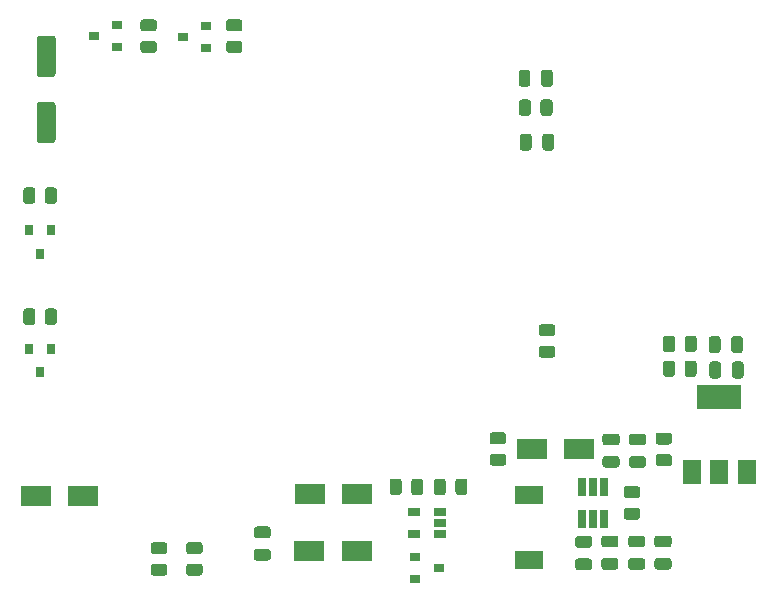
<source format=gbr>
%TF.GenerationSoftware,KiCad,Pcbnew,5.1.9+dfsg1-1*%
%TF.CreationDate,2021-12-20T12:13:36+01:00*%
%TF.ProjectId,RaspberryPi_UPS_HAT,52617370-6265-4727-9279-50695f555053,rev?*%
%TF.SameCoordinates,Original*%
%TF.FileFunction,Paste,Bot*%
%TF.FilePolarity,Positive*%
%FSLAX46Y46*%
G04 Gerber Fmt 4.6, Leading zero omitted, Abs format (unit mm)*
G04 Created by KiCad (PCBNEW 5.1.9+dfsg1-1) date 2021-12-20 12:13:36*
%MOMM*%
%LPD*%
G01*
G04 APERTURE LIST*
%ADD10R,1.060000X0.650000*%
%ADD11R,1.500000X2.000000*%
%ADD12R,3.800000X2.000000*%
%ADD13R,0.650000X1.560000*%
%ADD14R,0.900000X0.800000*%
%ADD15R,0.800000X0.900000*%
%ADD16R,2.500000X1.800000*%
%ADD17R,2.400000X1.500000*%
G04 APERTURE END LIST*
D10*
%TO.C,U5*%
X86150000Y-87250000D03*
X86150000Y-89150000D03*
X88350000Y-89150000D03*
X88350000Y-88200000D03*
X88350000Y-87250000D03*
%TD*%
D11*
%TO.C,U1*%
X114300000Y-83850000D03*
X109700000Y-83850000D03*
X112000000Y-83850000D03*
D12*
X112000000Y-77550000D03*
%TD*%
D13*
%TO.C,U4*%
X100335000Y-85190000D03*
X101285000Y-85190000D03*
X102235000Y-85190000D03*
X102235000Y-87890000D03*
X100335000Y-87890000D03*
X101285000Y-87890000D03*
%TD*%
%TO.C,R15*%
G36*
G01*
X96949999Y-73200000D02*
X97850001Y-73200000D01*
G75*
G02*
X98100000Y-73449999I0J-249999D01*
G01*
X98100000Y-73975001D01*
G75*
G02*
X97850001Y-74225000I-249999J0D01*
G01*
X96949999Y-74225000D01*
G75*
G02*
X96700000Y-73975001I0J249999D01*
G01*
X96700000Y-73449999D01*
G75*
G02*
X96949999Y-73200000I249999J0D01*
G01*
G37*
G36*
G01*
X96949999Y-71375000D02*
X97850001Y-71375000D01*
G75*
G02*
X98100000Y-71624999I0J-249999D01*
G01*
X98100000Y-72150001D01*
G75*
G02*
X97850001Y-72400000I-249999J0D01*
G01*
X96949999Y-72400000D01*
G75*
G02*
X96700000Y-72150001I0J249999D01*
G01*
X96700000Y-71624999D01*
G75*
G02*
X96949999Y-71375000I249999J0D01*
G01*
G37*
%TD*%
D14*
%TO.C,Q2*%
X66560000Y-47070000D03*
X68560000Y-48020000D03*
X68560000Y-46120000D03*
%TD*%
D15*
%TO.C,Q1*%
X54500000Y-65390000D03*
X55450000Y-63390000D03*
X53550000Y-63390000D03*
%TD*%
%TO.C,R14*%
G36*
G01*
X96850000Y-53500001D02*
X96850000Y-52599999D01*
G75*
G02*
X97099999Y-52350000I249999J0D01*
G01*
X97625001Y-52350000D01*
G75*
G02*
X97875000Y-52599999I0J-249999D01*
G01*
X97875000Y-53500001D01*
G75*
G02*
X97625001Y-53750000I-249999J0D01*
G01*
X97099999Y-53750000D01*
G75*
G02*
X96850000Y-53500001I0J249999D01*
G01*
G37*
G36*
G01*
X95025000Y-53500001D02*
X95025000Y-52599999D01*
G75*
G02*
X95274999Y-52350000I249999J0D01*
G01*
X95800001Y-52350000D01*
G75*
G02*
X96050000Y-52599999I0J-249999D01*
G01*
X96050000Y-53500001D01*
G75*
G02*
X95800001Y-53750000I-249999J0D01*
G01*
X95274999Y-53750000D01*
G75*
G02*
X95025000Y-53500001I0J249999D01*
G01*
G37*
%TD*%
%TO.C,R13*%
G36*
G01*
X88850000Y-84699999D02*
X88850000Y-85600001D01*
G75*
G02*
X88600001Y-85850000I-249999J0D01*
G01*
X88074999Y-85850000D01*
G75*
G02*
X87825000Y-85600001I0J249999D01*
G01*
X87825000Y-84699999D01*
G75*
G02*
X88074999Y-84450000I249999J0D01*
G01*
X88600001Y-84450000D01*
G75*
G02*
X88850000Y-84699999I0J-249999D01*
G01*
G37*
G36*
G01*
X90675000Y-84699999D02*
X90675000Y-85600001D01*
G75*
G02*
X90425001Y-85850000I-249999J0D01*
G01*
X89899999Y-85850000D01*
G75*
G02*
X89650000Y-85600001I0J249999D01*
G01*
X89650000Y-84699999D01*
G75*
G02*
X89899999Y-84450000I249999J0D01*
G01*
X90425001Y-84450000D01*
G75*
G02*
X90675000Y-84699999I0J-249999D01*
G01*
G37*
%TD*%
%TO.C,R12*%
G36*
G01*
X85100000Y-84699999D02*
X85100000Y-85600001D01*
G75*
G02*
X84850001Y-85850000I-249999J0D01*
G01*
X84324999Y-85850000D01*
G75*
G02*
X84075000Y-85600001I0J249999D01*
G01*
X84075000Y-84699999D01*
G75*
G02*
X84324999Y-84450000I249999J0D01*
G01*
X84850001Y-84450000D01*
G75*
G02*
X85100000Y-84699999I0J-249999D01*
G01*
G37*
G36*
G01*
X86925000Y-84699999D02*
X86925000Y-85600001D01*
G75*
G02*
X86675001Y-85850000I-249999J0D01*
G01*
X86149999Y-85850000D01*
G75*
G02*
X85900000Y-85600001I0J249999D01*
G01*
X85900000Y-84699999D01*
G75*
G02*
X86149999Y-84450000I249999J0D01*
G01*
X86675001Y-84450000D01*
G75*
G02*
X86925000Y-84699999I0J-249999D01*
G01*
G37*
%TD*%
%TO.C,R11*%
G36*
G01*
X104149999Y-86900000D02*
X105050001Y-86900000D01*
G75*
G02*
X105300000Y-87149999I0J-249999D01*
G01*
X105300000Y-87675001D01*
G75*
G02*
X105050001Y-87925000I-249999J0D01*
G01*
X104149999Y-87925000D01*
G75*
G02*
X103900000Y-87675001I0J249999D01*
G01*
X103900000Y-87149999D01*
G75*
G02*
X104149999Y-86900000I249999J0D01*
G01*
G37*
G36*
G01*
X104149999Y-85075000D02*
X105050001Y-85075000D01*
G75*
G02*
X105300000Y-85324999I0J-249999D01*
G01*
X105300000Y-85850001D01*
G75*
G02*
X105050001Y-86100000I-249999J0D01*
G01*
X104149999Y-86100000D01*
G75*
G02*
X103900000Y-85850001I0J249999D01*
G01*
X103900000Y-85324999D01*
G75*
G02*
X104149999Y-85075000I249999J0D01*
G01*
G37*
%TD*%
%TO.C,R10*%
G36*
G01*
X106849999Y-82370000D02*
X107750001Y-82370000D01*
G75*
G02*
X108000000Y-82619999I0J-249999D01*
G01*
X108000000Y-83145001D01*
G75*
G02*
X107750001Y-83395000I-249999J0D01*
G01*
X106849999Y-83395000D01*
G75*
G02*
X106600000Y-83145001I0J249999D01*
G01*
X106600000Y-82619999D01*
G75*
G02*
X106849999Y-82370000I249999J0D01*
G01*
G37*
G36*
G01*
X106849999Y-80545000D02*
X107750001Y-80545000D01*
G75*
G02*
X108000000Y-80794999I0J-249999D01*
G01*
X108000000Y-81320001D01*
G75*
G02*
X107750001Y-81570000I-249999J0D01*
G01*
X106849999Y-81570000D01*
G75*
G02*
X106600000Y-81320001I0J249999D01*
G01*
X106600000Y-80794999D01*
G75*
G02*
X106849999Y-80545000I249999J0D01*
G01*
G37*
%TD*%
%TO.C,R9*%
G36*
G01*
X93700001Y-81550000D02*
X92799999Y-81550000D01*
G75*
G02*
X92550000Y-81300001I0J249999D01*
G01*
X92550000Y-80774999D01*
G75*
G02*
X92799999Y-80525000I249999J0D01*
G01*
X93700001Y-80525000D01*
G75*
G02*
X93950000Y-80774999I0J-249999D01*
G01*
X93950000Y-81300001D01*
G75*
G02*
X93700001Y-81550000I-249999J0D01*
G01*
G37*
G36*
G01*
X93700001Y-83375000D02*
X92799999Y-83375000D01*
G75*
G02*
X92550000Y-83125001I0J249999D01*
G01*
X92550000Y-82599999D01*
G75*
G02*
X92799999Y-82350000I249999J0D01*
G01*
X93700001Y-82350000D01*
G75*
G02*
X93950000Y-82599999I0J-249999D01*
G01*
X93950000Y-83125001D01*
G75*
G02*
X93700001Y-83375000I-249999J0D01*
G01*
G37*
%TD*%
%TO.C,R8*%
G36*
G01*
X67099999Y-91650000D02*
X68000001Y-91650000D01*
G75*
G02*
X68250000Y-91899999I0J-249999D01*
G01*
X68250000Y-92425001D01*
G75*
G02*
X68000001Y-92675000I-249999J0D01*
G01*
X67099999Y-92675000D01*
G75*
G02*
X66850000Y-92425001I0J249999D01*
G01*
X66850000Y-91899999D01*
G75*
G02*
X67099999Y-91650000I249999J0D01*
G01*
G37*
G36*
G01*
X67099999Y-89825000D02*
X68000001Y-89825000D01*
G75*
G02*
X68250000Y-90074999I0J-249999D01*
G01*
X68250000Y-90600001D01*
G75*
G02*
X68000001Y-90850000I-249999J0D01*
G01*
X67099999Y-90850000D01*
G75*
G02*
X66850000Y-90600001I0J249999D01*
G01*
X66850000Y-90074999D01*
G75*
G02*
X67099999Y-89825000I249999J0D01*
G01*
G37*
%TD*%
%TO.C,R7*%
G36*
G01*
X63224999Y-47385000D02*
X64125001Y-47385000D01*
G75*
G02*
X64375000Y-47634999I0J-249999D01*
G01*
X64375000Y-48160001D01*
G75*
G02*
X64125001Y-48410000I-249999J0D01*
G01*
X63224999Y-48410000D01*
G75*
G02*
X62975000Y-48160001I0J249999D01*
G01*
X62975000Y-47634999D01*
G75*
G02*
X63224999Y-47385000I249999J0D01*
G01*
G37*
G36*
G01*
X63224999Y-45560000D02*
X64125001Y-45560000D01*
G75*
G02*
X64375000Y-45809999I0J-249999D01*
G01*
X64375000Y-46335001D01*
G75*
G02*
X64125001Y-46585000I-249999J0D01*
G01*
X63224999Y-46585000D01*
G75*
G02*
X62975000Y-46335001I0J249999D01*
G01*
X62975000Y-45809999D01*
G75*
G02*
X63224999Y-45560000I249999J0D01*
G01*
G37*
%TD*%
%TO.C,R6*%
G36*
G01*
X54885000Y-71190001D02*
X54885000Y-70289999D01*
G75*
G02*
X55134999Y-70040000I249999J0D01*
G01*
X55660001Y-70040000D01*
G75*
G02*
X55910000Y-70289999I0J-249999D01*
G01*
X55910000Y-71190001D01*
G75*
G02*
X55660001Y-71440000I-249999J0D01*
G01*
X55134999Y-71440000D01*
G75*
G02*
X54885000Y-71190001I0J249999D01*
G01*
G37*
G36*
G01*
X53060000Y-71190001D02*
X53060000Y-70289999D01*
G75*
G02*
X53309999Y-70040000I249999J0D01*
G01*
X53835001Y-70040000D01*
G75*
G02*
X54085000Y-70289999I0J-249999D01*
G01*
X54085000Y-71190001D01*
G75*
G02*
X53835001Y-71440000I-249999J0D01*
G01*
X53309999Y-71440000D01*
G75*
G02*
X53060000Y-71190001I0J249999D01*
G01*
G37*
%TD*%
%TO.C,R5*%
G36*
G01*
X54885000Y-60940001D02*
X54885000Y-60039999D01*
G75*
G02*
X55134999Y-59790000I249999J0D01*
G01*
X55660001Y-59790000D01*
G75*
G02*
X55910000Y-60039999I0J-249999D01*
G01*
X55910000Y-60940001D01*
G75*
G02*
X55660001Y-61190000I-249999J0D01*
G01*
X55134999Y-61190000D01*
G75*
G02*
X54885000Y-60940001I0J249999D01*
G01*
G37*
G36*
G01*
X53060000Y-60940001D02*
X53060000Y-60039999D01*
G75*
G02*
X53309999Y-59790000I249999J0D01*
G01*
X53835001Y-59790000D01*
G75*
G02*
X54085000Y-60039999I0J-249999D01*
G01*
X54085000Y-60940001D01*
G75*
G02*
X53835001Y-61190000I-249999J0D01*
G01*
X53309999Y-61190000D01*
G75*
G02*
X53060000Y-60940001I0J249999D01*
G01*
G37*
%TD*%
%TO.C,R4*%
G36*
G01*
X70474999Y-47385000D02*
X71375001Y-47385000D01*
G75*
G02*
X71625000Y-47634999I0J-249999D01*
G01*
X71625000Y-48160001D01*
G75*
G02*
X71375001Y-48410000I-249999J0D01*
G01*
X70474999Y-48410000D01*
G75*
G02*
X70225000Y-48160001I0J249999D01*
G01*
X70225000Y-47634999D01*
G75*
G02*
X70474999Y-47385000I249999J0D01*
G01*
G37*
G36*
G01*
X70474999Y-45560000D02*
X71375001Y-45560000D01*
G75*
G02*
X71625000Y-45809999I0J-249999D01*
G01*
X71625000Y-46335001D01*
G75*
G02*
X71375001Y-46585000I-249999J0D01*
G01*
X70474999Y-46585000D01*
G75*
G02*
X70225000Y-46335001I0J249999D01*
G01*
X70225000Y-45809999D01*
G75*
G02*
X70474999Y-45560000I249999J0D01*
G01*
G37*
%TD*%
%TO.C,R3*%
G36*
G01*
X64099999Y-91650000D02*
X65000001Y-91650000D01*
G75*
G02*
X65250000Y-91899999I0J-249999D01*
G01*
X65250000Y-92425001D01*
G75*
G02*
X65000001Y-92675000I-249999J0D01*
G01*
X64099999Y-92675000D01*
G75*
G02*
X63850000Y-92425001I0J249999D01*
G01*
X63850000Y-91899999D01*
G75*
G02*
X64099999Y-91650000I249999J0D01*
G01*
G37*
G36*
G01*
X64099999Y-89825000D02*
X65000001Y-89825000D01*
G75*
G02*
X65250000Y-90074999I0J-249999D01*
G01*
X65250000Y-90600001D01*
G75*
G02*
X65000001Y-90850000I-249999J0D01*
G01*
X64099999Y-90850000D01*
G75*
G02*
X63850000Y-90600001I0J249999D01*
G01*
X63850000Y-90074999D01*
G75*
G02*
X64099999Y-89825000I249999J0D01*
G01*
G37*
%TD*%
%TO.C,R2*%
G36*
G01*
X109050000Y-73500001D02*
X109050000Y-72599999D01*
G75*
G02*
X109299999Y-72350000I249999J0D01*
G01*
X109825001Y-72350000D01*
G75*
G02*
X110075000Y-72599999I0J-249999D01*
G01*
X110075000Y-73500001D01*
G75*
G02*
X109825001Y-73750000I-249999J0D01*
G01*
X109299999Y-73750000D01*
G75*
G02*
X109050000Y-73500001I0J249999D01*
G01*
G37*
G36*
G01*
X107225000Y-73500001D02*
X107225000Y-72599999D01*
G75*
G02*
X107474999Y-72350000I249999J0D01*
G01*
X108000001Y-72350000D01*
G75*
G02*
X108250000Y-72599999I0J-249999D01*
G01*
X108250000Y-73500001D01*
G75*
G02*
X108000001Y-73750000I-249999J0D01*
G01*
X107474999Y-73750000D01*
G75*
G02*
X107225000Y-73500001I0J249999D01*
G01*
G37*
%TD*%
%TO.C,R1*%
G36*
G01*
X109050000Y-75600001D02*
X109050000Y-74699999D01*
G75*
G02*
X109299999Y-74450000I249999J0D01*
G01*
X109825001Y-74450000D01*
G75*
G02*
X110075000Y-74699999I0J-249999D01*
G01*
X110075000Y-75600001D01*
G75*
G02*
X109825001Y-75850000I-249999J0D01*
G01*
X109299999Y-75850000D01*
G75*
G02*
X109050000Y-75600001I0J249999D01*
G01*
G37*
G36*
G01*
X107225000Y-75600001D02*
X107225000Y-74699999D01*
G75*
G02*
X107474999Y-74450000I249999J0D01*
G01*
X108000001Y-74450000D01*
G75*
G02*
X108250000Y-74699999I0J-249999D01*
G01*
X108250000Y-75600001D01*
G75*
G02*
X108000001Y-75850000I-249999J0D01*
G01*
X107474999Y-75850000D01*
G75*
G02*
X107225000Y-75600001I0J249999D01*
G01*
G37*
%TD*%
D16*
%TO.C,D3*%
X58100000Y-85900000D03*
X54100000Y-85900000D03*
%TD*%
%TO.C,C12*%
G36*
G01*
X54450000Y-52550000D02*
X55550000Y-52550000D01*
G75*
G02*
X55800000Y-52800000I0J-250000D01*
G01*
X55800000Y-55800000D01*
G75*
G02*
X55550000Y-56050000I-250000J0D01*
G01*
X54450000Y-56050000D01*
G75*
G02*
X54200000Y-55800000I0J250000D01*
G01*
X54200000Y-52800000D01*
G75*
G02*
X54450000Y-52550000I250000J0D01*
G01*
G37*
G36*
G01*
X54450000Y-46950000D02*
X55550000Y-46950000D01*
G75*
G02*
X55800000Y-47200000I0J-250000D01*
G01*
X55800000Y-50200000D01*
G75*
G02*
X55550000Y-50450000I-250000J0D01*
G01*
X54450000Y-50450000D01*
G75*
G02*
X54200000Y-50200000I0J250000D01*
G01*
X54200000Y-47200000D01*
G75*
G02*
X54450000Y-46950000I250000J0D01*
G01*
G37*
%TD*%
%TO.C,C11*%
G36*
G01*
X97000000Y-56435000D02*
X97000000Y-55485000D01*
G75*
G02*
X97250000Y-55235000I250000J0D01*
G01*
X97750000Y-55235000D01*
G75*
G02*
X98000000Y-55485000I0J-250000D01*
G01*
X98000000Y-56435000D01*
G75*
G02*
X97750000Y-56685000I-250000J0D01*
G01*
X97250000Y-56685000D01*
G75*
G02*
X97000000Y-56435000I0J250000D01*
G01*
G37*
G36*
G01*
X95100000Y-56435000D02*
X95100000Y-55485000D01*
G75*
G02*
X95350000Y-55235000I250000J0D01*
G01*
X95850000Y-55235000D01*
G75*
G02*
X96100000Y-55485000I0J-250000D01*
G01*
X96100000Y-56435000D01*
G75*
G02*
X95850000Y-56685000I-250000J0D01*
G01*
X95350000Y-56685000D01*
G75*
G02*
X95100000Y-56435000I0J250000D01*
G01*
G37*
%TD*%
%TO.C,C10*%
G36*
G01*
X96000000Y-50075000D02*
X96000000Y-51025000D01*
G75*
G02*
X95750000Y-51275000I-250000J0D01*
G01*
X95250000Y-51275000D01*
G75*
G02*
X95000000Y-51025000I0J250000D01*
G01*
X95000000Y-50075000D01*
G75*
G02*
X95250000Y-49825000I250000J0D01*
G01*
X95750000Y-49825000D01*
G75*
G02*
X96000000Y-50075000I0J-250000D01*
G01*
G37*
G36*
G01*
X97900000Y-50075000D02*
X97900000Y-51025000D01*
G75*
G02*
X97650000Y-51275000I-250000J0D01*
G01*
X97150000Y-51275000D01*
G75*
G02*
X96900000Y-51025000I0J250000D01*
G01*
X96900000Y-50075000D01*
G75*
G02*
X97150000Y-49825000I250000J0D01*
G01*
X97650000Y-49825000D01*
G75*
G02*
X97900000Y-50075000I0J-250000D01*
G01*
G37*
%TD*%
D15*
%TO.C,Q3*%
X54485000Y-75440000D03*
X55435000Y-73440000D03*
X53535000Y-73440000D03*
%TD*%
D14*
%TO.C,Q4*%
X59025000Y-46985000D03*
X61025000Y-47935000D03*
X61025000Y-46035000D03*
%TD*%
D16*
%TO.C,D2*%
X77305000Y-85710000D03*
X81305000Y-85710000D03*
%TD*%
%TO.C,C1*%
G36*
G01*
X113050000Y-75725000D02*
X113050000Y-74775000D01*
G75*
G02*
X113300000Y-74525000I250000J0D01*
G01*
X113800000Y-74525000D01*
G75*
G02*
X114050000Y-74775000I0J-250000D01*
G01*
X114050000Y-75725000D01*
G75*
G02*
X113800000Y-75975000I-250000J0D01*
G01*
X113300000Y-75975000D01*
G75*
G02*
X113050000Y-75725000I0J250000D01*
G01*
G37*
G36*
G01*
X111150000Y-75725000D02*
X111150000Y-74775000D01*
G75*
G02*
X111400000Y-74525000I250000J0D01*
G01*
X111900000Y-74525000D01*
G75*
G02*
X112150000Y-74775000I0J-250000D01*
G01*
X112150000Y-75725000D01*
G75*
G02*
X111900000Y-75975000I-250000J0D01*
G01*
X111400000Y-75975000D01*
G75*
G02*
X111150000Y-75725000I0J250000D01*
G01*
G37*
%TD*%
%TO.C,C2*%
G36*
G01*
X102250000Y-91170000D02*
X103200000Y-91170000D01*
G75*
G02*
X103450000Y-91420000I0J-250000D01*
G01*
X103450000Y-91920000D01*
G75*
G02*
X103200000Y-92170000I-250000J0D01*
G01*
X102250000Y-92170000D01*
G75*
G02*
X102000000Y-91920000I0J250000D01*
G01*
X102000000Y-91420000D01*
G75*
G02*
X102250000Y-91170000I250000J0D01*
G01*
G37*
G36*
G01*
X102250000Y-89270000D02*
X103200000Y-89270000D01*
G75*
G02*
X103450000Y-89520000I0J-250000D01*
G01*
X103450000Y-90020000D01*
G75*
G02*
X103200000Y-90270000I-250000J0D01*
G01*
X102250000Y-90270000D01*
G75*
G02*
X102000000Y-90020000I0J250000D01*
G01*
X102000000Y-89520000D01*
G75*
G02*
X102250000Y-89270000I250000J0D01*
G01*
G37*
%TD*%
%TO.C,C3*%
G36*
G01*
X104525000Y-91170000D02*
X105475000Y-91170000D01*
G75*
G02*
X105725000Y-91420000I0J-250000D01*
G01*
X105725000Y-91920000D01*
G75*
G02*
X105475000Y-92170000I-250000J0D01*
G01*
X104525000Y-92170000D01*
G75*
G02*
X104275000Y-91920000I0J250000D01*
G01*
X104275000Y-91420000D01*
G75*
G02*
X104525000Y-91170000I250000J0D01*
G01*
G37*
G36*
G01*
X104525000Y-89270000D02*
X105475000Y-89270000D01*
G75*
G02*
X105725000Y-89520000I0J-250000D01*
G01*
X105725000Y-90020000D01*
G75*
G02*
X105475000Y-90270000I-250000J0D01*
G01*
X104525000Y-90270000D01*
G75*
G02*
X104275000Y-90020000I0J250000D01*
G01*
X104275000Y-89520000D01*
G75*
G02*
X104525000Y-89270000I250000J0D01*
G01*
G37*
%TD*%
%TO.C,C4*%
G36*
G01*
X106750000Y-91170000D02*
X107700000Y-91170000D01*
G75*
G02*
X107950000Y-91420000I0J-250000D01*
G01*
X107950000Y-91920000D01*
G75*
G02*
X107700000Y-92170000I-250000J0D01*
G01*
X106750000Y-92170000D01*
G75*
G02*
X106500000Y-91920000I0J250000D01*
G01*
X106500000Y-91420000D01*
G75*
G02*
X106750000Y-91170000I250000J0D01*
G01*
G37*
G36*
G01*
X106750000Y-89270000D02*
X107700000Y-89270000D01*
G75*
G02*
X107950000Y-89520000I0J-250000D01*
G01*
X107950000Y-90020000D01*
G75*
G02*
X107700000Y-90270000I-250000J0D01*
G01*
X106750000Y-90270000D01*
G75*
G02*
X106500000Y-90020000I0J250000D01*
G01*
X106500000Y-89520000D01*
G75*
G02*
X106750000Y-89270000I250000J0D01*
G01*
G37*
%TD*%
%TO.C,C5*%
G36*
G01*
X104595000Y-82530000D02*
X105545000Y-82530000D01*
G75*
G02*
X105795000Y-82780000I0J-250000D01*
G01*
X105795000Y-83280000D01*
G75*
G02*
X105545000Y-83530000I-250000J0D01*
G01*
X104595000Y-83530000D01*
G75*
G02*
X104345000Y-83280000I0J250000D01*
G01*
X104345000Y-82780000D01*
G75*
G02*
X104595000Y-82530000I250000J0D01*
G01*
G37*
G36*
G01*
X104595000Y-80630000D02*
X105545000Y-80630000D01*
G75*
G02*
X105795000Y-80880000I0J-250000D01*
G01*
X105795000Y-81380000D01*
G75*
G02*
X105545000Y-81630000I-250000J0D01*
G01*
X104595000Y-81630000D01*
G75*
G02*
X104345000Y-81380000I0J250000D01*
G01*
X104345000Y-80880000D01*
G75*
G02*
X104595000Y-80630000I250000J0D01*
G01*
G37*
%TD*%
%TO.C,C6*%
G36*
G01*
X102355000Y-82530000D02*
X103305000Y-82530000D01*
G75*
G02*
X103555000Y-82780000I0J-250000D01*
G01*
X103555000Y-83280000D01*
G75*
G02*
X103305000Y-83530000I-250000J0D01*
G01*
X102355000Y-83530000D01*
G75*
G02*
X102105000Y-83280000I0J250000D01*
G01*
X102105000Y-82780000D01*
G75*
G02*
X102355000Y-82530000I250000J0D01*
G01*
G37*
G36*
G01*
X102355000Y-80630000D02*
X103305000Y-80630000D01*
G75*
G02*
X103555000Y-80880000I0J-250000D01*
G01*
X103555000Y-81380000D01*
G75*
G02*
X103305000Y-81630000I-250000J0D01*
G01*
X102355000Y-81630000D01*
G75*
G02*
X102105000Y-81380000I0J250000D01*
G01*
X102105000Y-80880000D01*
G75*
G02*
X102355000Y-80630000I250000J0D01*
G01*
G37*
%TD*%
D17*
%TO.C,L1*%
X95900000Y-91300000D03*
X95900000Y-85800000D03*
%TD*%
%TO.C,C7*%
G36*
G01*
X100025000Y-91200000D02*
X100975000Y-91200000D01*
G75*
G02*
X101225000Y-91450000I0J-250000D01*
G01*
X101225000Y-91950000D01*
G75*
G02*
X100975000Y-92200000I-250000J0D01*
G01*
X100025000Y-92200000D01*
G75*
G02*
X99775000Y-91950000I0J250000D01*
G01*
X99775000Y-91450000D01*
G75*
G02*
X100025000Y-91200000I250000J0D01*
G01*
G37*
G36*
G01*
X100025000Y-89300000D02*
X100975000Y-89300000D01*
G75*
G02*
X101225000Y-89550000I0J-250000D01*
G01*
X101225000Y-90050000D01*
G75*
G02*
X100975000Y-90300000I-250000J0D01*
G01*
X100025000Y-90300000D01*
G75*
G02*
X99775000Y-90050000I0J250000D01*
G01*
X99775000Y-89550000D01*
G75*
G02*
X100025000Y-89300000I250000J0D01*
G01*
G37*
%TD*%
%TO.C,C8*%
G36*
G01*
X72825000Y-90400000D02*
X73775000Y-90400000D01*
G75*
G02*
X74025000Y-90650000I0J-250000D01*
G01*
X74025000Y-91150000D01*
G75*
G02*
X73775000Y-91400000I-250000J0D01*
G01*
X72825000Y-91400000D01*
G75*
G02*
X72575000Y-91150000I0J250000D01*
G01*
X72575000Y-90650000D01*
G75*
G02*
X72825000Y-90400000I250000J0D01*
G01*
G37*
G36*
G01*
X72825000Y-88500000D02*
X73775000Y-88500000D01*
G75*
G02*
X74025000Y-88750000I0J-250000D01*
G01*
X74025000Y-89250000D01*
G75*
G02*
X73775000Y-89500000I-250000J0D01*
G01*
X72825000Y-89500000D01*
G75*
G02*
X72575000Y-89250000I0J250000D01*
G01*
X72575000Y-88750000D01*
G75*
G02*
X72825000Y-88500000I250000J0D01*
G01*
G37*
%TD*%
%TO.C,C9*%
G36*
G01*
X113000000Y-73575000D02*
X113000000Y-72625000D01*
G75*
G02*
X113250000Y-72375000I250000J0D01*
G01*
X113750000Y-72375000D01*
G75*
G02*
X114000000Y-72625000I0J-250000D01*
G01*
X114000000Y-73575000D01*
G75*
G02*
X113750000Y-73825000I-250000J0D01*
G01*
X113250000Y-73825000D01*
G75*
G02*
X113000000Y-73575000I0J250000D01*
G01*
G37*
G36*
G01*
X111100000Y-73575000D02*
X111100000Y-72625000D01*
G75*
G02*
X111350000Y-72375000I250000J0D01*
G01*
X111850000Y-72375000D01*
G75*
G02*
X112100000Y-72625000I0J-250000D01*
G01*
X112100000Y-73575000D01*
G75*
G02*
X111850000Y-73825000I-250000J0D01*
G01*
X111350000Y-73825000D01*
G75*
G02*
X111100000Y-73575000I0J250000D01*
G01*
G37*
%TD*%
D16*
%TO.C,D1*%
X77280000Y-90535000D03*
X81280000Y-90535000D03*
%TD*%
D14*
%TO.C,Q5*%
X88250000Y-92000000D03*
X86250000Y-91050000D03*
X86250000Y-92950000D03*
%TD*%
D16*
%TO.C,D5*%
X96100000Y-81950000D03*
X100100000Y-81950000D03*
%TD*%
M02*

</source>
